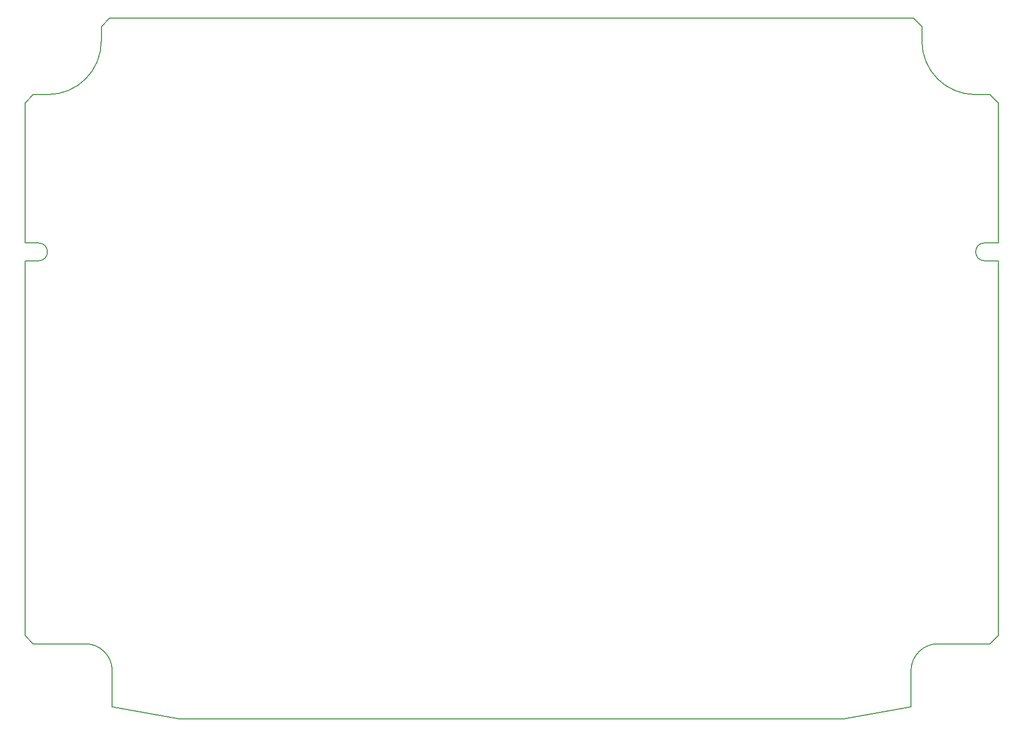
<source format=gko>
G04 #@! TF.GenerationSoftware,KiCad,Pcbnew,8.0.8*
G04 #@! TF.CreationDate,2025-12-05T15:55:18-05:00*
G04 #@! TF.ProjectId,hellen121vag,68656c6c-656e-4313-9231-7661672e6b69,d*
G04 #@! TF.SameCoordinates,PX2b953a0PY6943058*
G04 #@! TF.FileFunction,Profile,NP*
%FSLAX46Y46*%
G04 Gerber Fmt 4.6, Leading zero omitted, Abs format (unit mm)*
G04 Created by KiCad (PCBNEW 8.0.8) date 2025-12-05 15:55:18*
%MOMM*%
%LPD*%
G01*
G04 APERTURE LIST*
G04 #@! TA.AperFunction,Profile*
%ADD10C,0.200000*%
G04 #@! TD*
G04 APERTURE END LIST*
D10*
X164000000Y14064214D02*
X164000000Y77150001D01*
X137960000Y0D02*
X26040000Y0D01*
X161700000Y77150001D02*
X164000000Y77150001D01*
X161700000Y80150001D02*
X164000000Y80150001D01*
X160140000Y105140001D02*
X162585787Y105140001D01*
X164000001Y103725787D02*
X162585787Y105140001D01*
X160140000Y105140001D02*
G75*
G02*
X151140001Y114140001I0J8999999D01*
G01*
X151140000Y116585787D02*
X149725787Y118000000D01*
X164000000Y80150001D02*
X164000000Y103725787D01*
X161700000Y77150001D02*
G75*
G02*
X161700000Y80149999I0J1499999D01*
G01*
X151140000Y114140001D02*
X151140000Y116585787D01*
X149300000Y8088001D02*
G75*
G02*
X153887200Y12649970I4569200J-7201D01*
G01*
X137960000Y0D02*
X149315200Y2000000D01*
X149315200Y2000000D02*
X149300000Y8088001D01*
X0Y14064214D02*
X1414214Y12650001D01*
X1414214Y12650000D02*
X10200000Y12650000D01*
X26040000Y0D02*
X14700000Y2000000D01*
X10200000Y12650002D02*
G75*
G02*
X14700011Y8208001I-46900J-4547902D01*
G01*
X14700000Y2000000D02*
X14700000Y8208001D01*
X149725787Y118000001D02*
X14274214Y118000000D01*
X0Y14064214D02*
X0Y77150000D01*
X164000000Y14064214D02*
X162585787Y12650001D01*
X162585787Y12650000D02*
X153887200Y12650000D01*
X0Y80150001D02*
X0Y103725787D01*
X2300000Y77150000D02*
X0Y77150000D01*
X3860000Y105140000D02*
X1414214Y105140000D01*
X0Y103725787D02*
X1414214Y105140000D01*
X12860000Y116585787D02*
X14274214Y118000000D01*
X2300000Y80150000D02*
G75*
G02*
X2300000Y77150000I170J-1500000D01*
G01*
X12860000Y114140000D02*
G75*
G02*
X3860000Y105140000I-9000000J0D01*
G01*
X2300000Y80150000D02*
X0Y80150000D01*
X12860000Y114140000D02*
X12860000Y116585787D01*
M02*

</source>
